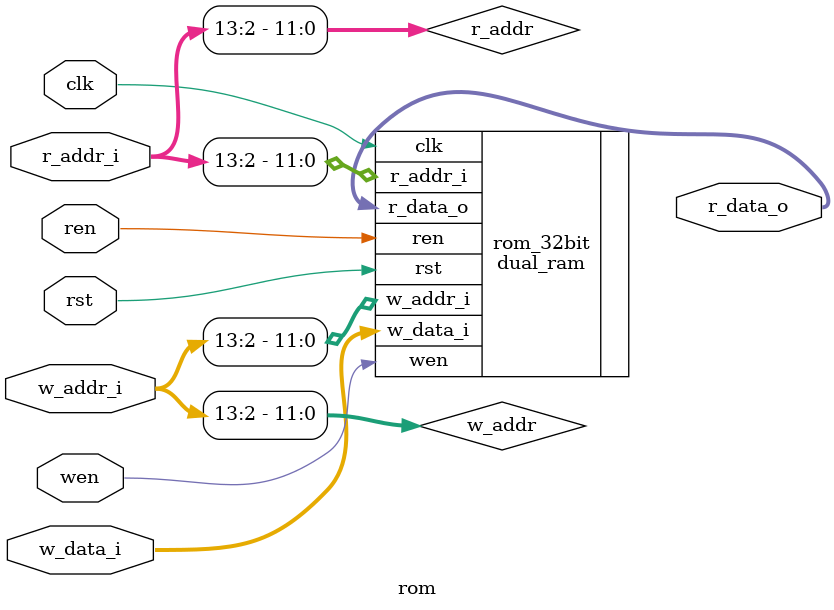
<source format=v>
module rom(
	input  wire 		  clk		,
	input  wire 		  rst		,
	input  wire 		  wen		,//写端口
	input  wire[32-1:0]   w_addr_i	,
	input  wire[32-1:0]   w_data_i	,
	input  wire 		  ren		,//读端口	
	input  wire[32-1:0]   r_addr_i	,
	output wire[32-1:0]   r_data_o	
);

	wire[11:0] w_addr = w_addr_i[13:2];
	wire[11:0] r_addr = r_addr_i[13:2];

	dual_ram #(
		 .DW(32),
		 .AW(12),
		 .MEM_NUM(4096)
	)
	rom_32bit
	(
       .clk		 	(clk        	),
	   .rst		 	(rst        	),
       .wen		 	(wen 	   		),
	   .w_addr_i 	(w_addr 		),
	   .w_data_i 	(w_data_i 	    ),
	   .ren		 	(ren			),
	   .r_addr_i 	(r_addr 		),
	   .r_data_o 	(r_data_o 	    )
	);

endmodule
</source>
